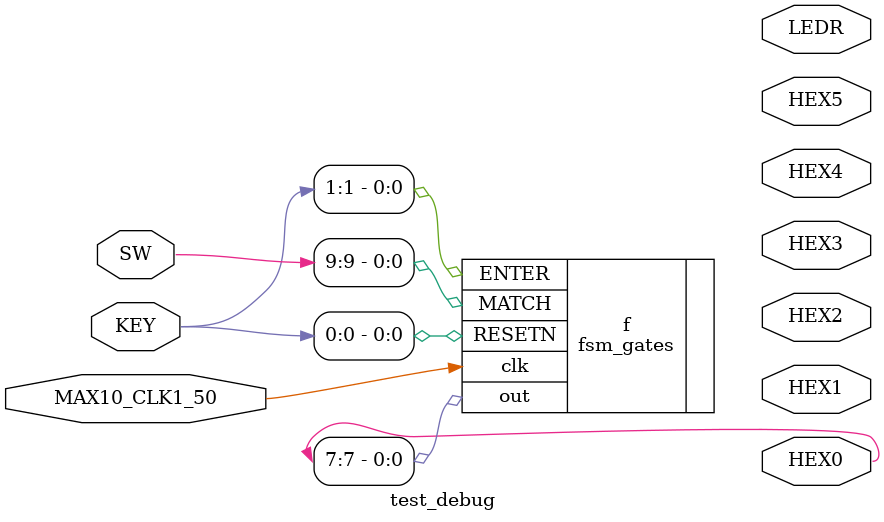
<source format=sv>
module test_debug(	input logic MAX10_CLK1_50,
							input logic [1:0] KEY,
							input logic [9:0] SW,
							output logic [9:0] LEDR,
							output logic [7:0] HEX5,
							output logic [7:0] HEX4,
							output logic [7:0] HEX3,
							output logic [7:0] HEX2,
							output logic [7:0] HEX1,
							output logic [7:0] HEX0 );
	//
	fsm_gates f(.MATCH(SW[9]), .RESETN(KEY[0]), .clk(MAX10_CLK1_50), .ENTER(KEY[1]), .out(HEX0[7]));
	
endmodule
</source>
